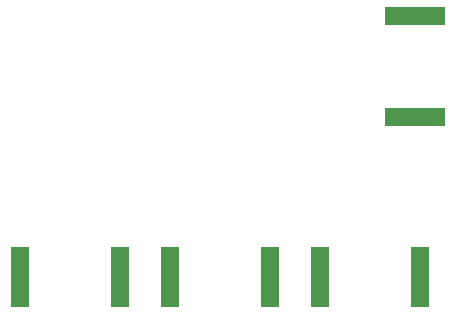
<source format=gbr>
G04 #@! TF.GenerationSoftware,KiCad,Pcbnew,(5.1.12)-1*
G04 #@! TF.CreationDate,2021-12-16T09:04:57-06:00*
G04 #@! TF.ProjectId,UTCPW_MountingBoard,55544350-575f-44d6-9f75-6e74696e6742,rev?*
G04 #@! TF.SameCoordinates,Original*
G04 #@! TF.FileFunction,Paste,Bot*
G04 #@! TF.FilePolarity,Positive*
%FSLAX46Y46*%
G04 Gerber Fmt 4.6, Leading zero omitted, Abs format (unit mm)*
G04 Created by KiCad (PCBNEW (5.1.12)-1) date 2021-12-16 09:04:57*
%MOMM*%
%LPD*%
G01*
G04 APERTURE LIST*
%ADD10R,5.080000X1.500000*%
%ADD11R,1.500000X5.080000*%
G04 APERTURE END LIST*
D10*
G04 #@! TO.C,REF\u002A\u002A*
X143510000Y-105850000D03*
X143510000Y-97350000D03*
G04 #@! TD*
D11*
G04 #@! TO.C,REF\u002A\u002A*
X135450000Y-119380000D03*
X143950000Y-119380000D03*
G04 #@! TD*
G04 #@! TO.C,REF\u002A\u002A*
X122750000Y-119380000D03*
X131250000Y-119380000D03*
G04 #@! TD*
G04 #@! TO.C,REF\u002A\u002A*
X118550000Y-119380000D03*
X110050000Y-119380000D03*
G04 #@! TD*
M02*

</source>
